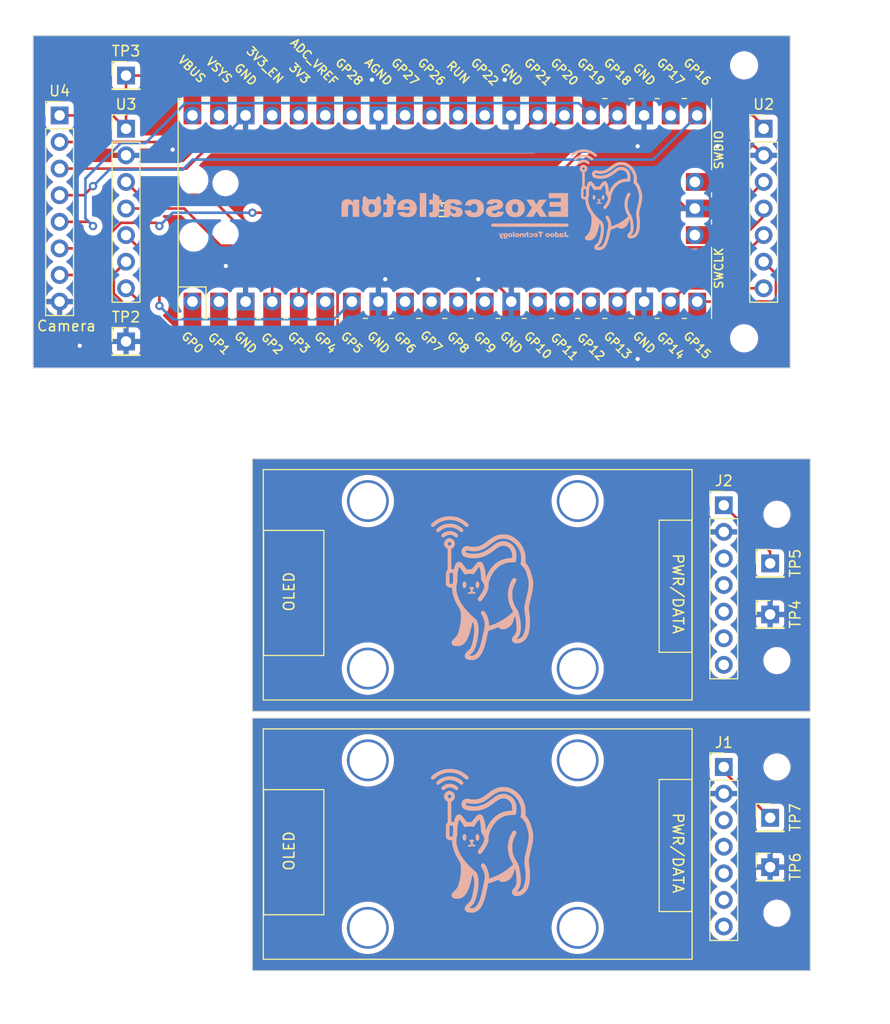
<source format=kicad_pcb>
(kicad_pcb (version 20240108) (generator "pcbnew") (generator_version "8.0")
  (layers (0 "F.Cu" signal) (31 "B.Cu" signal) (34 "B.Paste" user) (35 "F.Paste" user) (36 "B.SilkS" user "B.Silkscreen") (37 "F.SilkS" user "F.Silkscreen") (38 "B.Mask" user) (39 "F.Mask" user) (44 "Edge.Cuts" user))
  (net 0 "")
  (net 1 "GP15")
  (net 2 "GP13")
  (net 3 "GND")
  (net 4 "GP14")
  (net 5 "3.3V")
  (net 6 "GP3")
  (net 7 "GP2")
  (net 8 "GP6")
  (net 9 "GP5")
  (net 10 "GP7")
  (net 17 "/GP19")
  (net 18 "/GP20")
  (net 26 "/GP16")
  (net 36 "/GP18")
  (net 40 "/GP10")
  (net 50 "/GP21")
  (footprint "Connector_PinHeader_2.54mm:PinHeader_1x01_P2.54mm_Vertical" (layer "F.Cu") (at 176.5 109.49)
    (property "Reference" "TP6" (at 2.4 -0.03 90) (layer "F.SilkS"))
    (property "Value" "TestPoint" (hide yes))
    (pad "1" thru_hole rect (at 0 0) (size 1.7 1.7) (drill 1) (layers "*.Cu" "*.Mask") (net 3 "GND"))
  )
  (footprint "Connector_PinHeader_2.54mm:PinHeader_1x07_P2.54mm_Vertical" (layer "F.Cu") (at 172.07 99.925)
    (property "Reference" "J1" (at 0 -2.33 0) (layer "F.SilkS"))
    (property "Value" "Conn_01x07_Pin" (hide yes))
    (pad "1" thru_hole rect (at 0 0) (size 1.7 1.7) (drill 1) (layers "*.Cu" "*.Mask") (net 5 "3.3V"))
    (pad "2" thru_hole oval (at 0 2.54) (size 1.7 1.7) (drill 1) (layers "*.Cu" "*.Mask") (net 3 "GND"))
    (pad "3" thru_hole oval (at 0 5.08) (size 1.7 1.7) (drill 1) (layers "*.Cu" "*.Mask") (net 6 "GP3"))
    (pad "4" thru_hole oval (at 0 7.62) (size 1.7 1.7) (drill 1) (layers "*.Cu" "*.Mask") (net 7 "GP2"))
    (pad "5" thru_hole oval (at 0 10.16) (size 1.7 1.7) (drill 1) (layers "*.Cu" "*.Mask") (net 2 "GP13"))
    (pad "6" thru_hole oval (at 0 12.7) (size 1.7 1.7) (drill 1) (layers "*.Cu" "*.Mask") (net 1 "GP15"))
    (pad "7" thru_hole oval (at 0 15.24) (size 1.7 1.7) (drill 1) (layers "*.Cu" "*.Mask") (net 4 "GP14"))
  )
  (footprint "MCU_RaspberryPi_and_Boards:RPi_Pico_SMD_TH" (layer "F.Cu") (at 145.4 46.585 90)
    (property "Reference" "U1" (at 0 0 90) (layer "F.SilkS"))
    (property "Value" "Pico")
    (fp_text user "SWDIO" (at 5.6 26.2 90) (layer "F.SilkS") (effects (font (size 0.8 0.8))))
    (fp_text user "GP9" (at -12.8 3.81 135) (layer "F.SilkS") (effects (font (size 0.8 0.8))))
    (fp_text user "GP20" (at 13.054 11.43 135) (layer "F.SilkS") (effects (font (size 0.8 0.8))))
    (fp_text user "GP6" (at -12.8 -3.81 135) (layer "F.SilkS") (effects (font (size 0.8 0.8))))
    (fp_text user "VSYS" (at 13.2 -21.59 135) (layer "F.SilkS") (effects (font (size 0.8 0.8))))
    (fp_text user "GP27" (at 13.054 -3.8 135) (layer "F.SilkS") (effects (font (size 0.8 0.8))))
    (fp_text user "GP28" (at 13.054 -9.144 135) (layer "F.SilkS") (effects (font (size 0.8 0.8))))
    (fp_text user "GP5" (at -12.8 -8.89 135) (layer "F.SilkS") (effects (font (size 0.8 0.8))))
    (fp_text user "AGND" (at 13.054 -6.35 135) (layer "F.SilkS") (effects (font (size 0.8 0.8))))
    (fp_text user "VBUS" (at 13.3 -24.2 135) (layer "F.SilkS") (effects (font (size 0.8 0.8))))
    (fp_text user "GP14" (at -13.1 21.59 135) (layer "F.SilkS") (effects (font (size 0.8 0.8))))
    (fp_text user "GND" (at -12.8 -6.35 135) (layer "F.SilkS") (effects (font (size 0.8 0.8))))
    (fp_text user "GND" (at 12.8 6.35 135) (layer "F.SilkS") (effects (font (size 0.8 0.8))))
    (fp_text user "GP12" (at -13.2 13.97 135) (layer "F.SilkS") (effects (font (size 0.8 0.8))))
    (fp_text user "GP16" (at 13.054 24.13 135) (layer "F.SilkS") (effects (font (size 0.8 0.8))))
    (fp_text user "GP8" (at -12.8 1.27 135) (layer "F.SilkS") (effects (font (size 0.8 0.8))))
    (fp_text user "GND" (at 12.8 19.05 135) (layer "F.SilkS") (effects (font (size 0.8 0.8))))
    (fp_text user "GND" (at -12.8 6.35 135) (layer "F.SilkS") (effects (font (size 0.8 0.8))))
    (fp_text user "RUN" (at 13 1.27 135) (layer "F.SilkS") (effects (font (size 0.8 0.8))))
    (fp_text user "GP22" (at 13.054 3.81 135) (layer "F.SilkS") (effects (font (size 0.8 0.8))))
    (fp_text user "GP21" (at 13.054 8.9 135) (layer "F.SilkS") (effects (font (size 0.8 0.8))))
    (fp_text user "3V3" (at 12.9 -13.9 135) (layer "F.SilkS") (effects (font (size 0.8 0.8))))
    (fp_text user "GP15" (at -13.054 24.13 135) (layer "F.SilkS") (effects (font (size 0.8 0.8))))
    (fp_text user "GP1" (at -12.9 -21.6 135) (layer "F.SilkS") (effects (font (size 0.8 0.8))))
    (fp_text user "GP10" (at -13.054 8.89 135) (layer "F.SilkS") (effects (font (size 0.8 0.8))))
    (fp_text user "SWCLK" (at -5.7 26.2 90) (layer "F.SilkS") (effects (font (size 0.8 0.8))))
    (fp_text user "GP2" (at -12.9 -16.51 135) (layer "F.SilkS") (effects (font (size 0.8 0.8))))
    (fp_text user "GP19" (at 13.054 13.97 135) (layer "F.SilkS") (effects (font (size 0.8 0.8))))
    (fp_text user "GP11" (at -13.2 11.43 135) (layer "F.SilkS") (effects (font (size 0.8 0.8))))
    (fp_text user "GP17" (at 13.054 21.59 135) (layer "F.SilkS") (effects (font (size 0.8 0.8))))
    (fp_text user "ADC_VREF" (at 14 -12.5 135) (layer "F.SilkS") (effects (font (size 0.8 0.8))))
    (fp_text user "GP3" (at -12.8 -13.97 135) (layer "F.SilkS") (effects (font (size 0.8 0.8))))
    (fp_text user "GP26" (at 13.054 -1.27 135) (layer "F.SilkS") (effects (font (size 0.8 0.8))))
    (fp_text user "GP18" (at 13.054 16.51 135) (layer "F.SilkS") (effects (font (size 0.8 0.8))))
    (fp_text user "GP0" (at -12.8 -24.13 135) (layer "F.SilkS") (effects (font (size 0.8 0.8))))
    (fp_text user "3V3_EN" (at 13.7 -17.2 135) (layer "F.SilkS") (effects (font (size 0.8 0.8))))
    (fp_text user "GND" (at 12.8 -19.05 135) (layer "F.SilkS") (effects (font (size 0.8 0.8))))
    (fp_text user "GND" (at -12.8 19.05 135) (layer "F.SilkS") (effects (font (size 0.8 0.8))))
    (fp_text user "GP7" (at -12.7 -1.3 135) (layer "F.SilkS") (effects (font (size 0.8 0.8))))
    (fp_text user "GP13" (at -13.054 16.51 135) (layer "F.SilkS") (effects (font (size 0.8 0.8))))
    (fp_text user "GND" (at -12.8 -19.05 135) (layer "F.SilkS") (effects (font (size 0.8 0.8))))
    (fp_text user "GP4" (at -12.8 -11.43 135) (layer "F.SilkS") (effects (font (size 0.8 0.8))))
    (pad "" np_thru_hole oval (at -2.725 -24 90) (size 1.8 1.8) (drill 1.8) (layers "F&B.Cu" "*.Mask"))
    (pad "" np_thru_hole oval (at -2.425 -20.97 90) (size 1.5 1.5) (drill 1.5) (layers "F&B.Cu" "*.Mask"))
    (pad "" np_thru_hole oval (at 2.425 -20.97 90) (size 1.5 1.5) (drill 1.5) (layers "F&B.Cu" "*.Mask"))
    (pad "" np_thru_hole oval (at 2.725 -24 90) (size 1.8 1.8) (drill 1.8) (layers "F&B.Cu" "*.Mask"))
    (pad "1" thru_hole oval (at -8.89 -24.13 90) (size 1.7 1.7) (drill 1.02) (layers "*.Cu" "*.Mask"))
    (pad "1" smd rect (at -8.89 -24.13 90) (size 3.5 1.7) (drill (offset -0.9 0)) (layers "F.Cu" "F.Mask"))
    (pad "2" thru_hole oval (at -8.89 -21.59 90) (size 1.7 1.7) (drill 1.02) (layers "*.Cu" "*.Mask"))
    (pad "2" smd rect (at -8.89 -21.59 90) (size 3.5 1.7) (drill (offset -0.9 0)) (layers "F.Cu" "F.Mask"))
    (pad "3" thru_hole rect (at -8.89 -19.05 90) (size 1.7 1.7) (drill 1.02) (layers "*.Cu" "*.Mask") (net 3 "GND"))
    (pad "3" smd rect (at -8.89 -19.05 90) (size 3.5 1.7) (drill (offset -0.9 0)) (layers "F.Cu" "F.Mask") (net 3 "GND"))
    (pad "4" thru_hole oval (at -8.89 -16.51 90) (size 1.7 1.7) (drill 1.02) (layers "*.Cu" "*.Mask") (net 7 "GP2"))
    (pad "4" smd rect (at -8.89 -16.51 90) (size 3.5 1.7) (drill (offset -0.9 0)) (layers "F.Cu" "F.Mask") (net 7 "GP2"))
    (pad "5" thru_hole oval (at -8.89 -13.97 90) (size 1.7 1.7) (drill 1.02) (layers "*.Cu" "*.Mask") (net 6 "GP3"))
    (pad "5" smd rect (at -8.89 -13.97 90) (size 3.5 1.7) (drill (offset -0.9 0)) (layers "F.Cu" "F.Mask") (net 6 "GP3"))
    (pad "6" thru_hole oval (at -8.89 -11.43 90) (size 1.7 1.7) (drill 1.02) (layers "*.Cu" "*.Mask"))
    (pad "6" smd rect (at -8.89 -11.43 90) (size 3.5 1.7) (drill (offset -0.9 0)) (layers "F.Cu" "F.Mask"))
    (pad "7" thru_hole oval (at -8.89 -8.89 90) (size 1.7 1.7) (drill 1.02) (layers "*.Cu" "*.Mask") (net 9 "GP5"))
    (pad "7" smd rect (at -8.89 -8.89 90) (size 3.5 1.7) (drill (offset -0.9 0)) (layers "F.Cu" "F.Mask") (net 9 "GP5"))
    (pad "8" thru_hole rect (at -8.89 -6.35 90) (size 1.7 1.7) (drill 1.02) (layers "*.Cu" "*.Mask") (net 3 "GND"))
    (pad "8" smd rect (at -8.89 -6.35 90) (size 3.5 1.7) (drill (offset -0.9 0)) (layers "F.Cu" "F.Mask") (net 3 "GND"))
    (pad "9" thru_hole oval (at -8.89 -3.81 90) (size 1.7 1.7) (drill 1.02) (layers "*.Cu" "*.Mask") (net 8 "GP6"))
    (pad "9" smd rect (at -8.89 -3.81 90) (size 3.5 1.7) (drill (offset -0.9 0)) (layers "F.Cu" "F.Mask") (net 8 "GP6"))
    (pad "10" thru_hole oval (at -8.89 -1.27 90) (size 1.7 1.7) (drill 1.02) (layers "*.Cu" "*.Mask") (net 10 "GP7"))
    (pad "10" smd rect (at -8.89 -1.27 90) (size 3.5 1.7) (drill (offset -0.9 0)) (layers "F.Cu" "F.Mask") (net 10 "GP7"))
    (pad "11" thru_hole oval (at -8.89 1.27 90) (size 1.7 1.7) (drill 1.02) (layers "*.Cu" "*.Mask"))
    (pad "11" smd rect (at -8.89 1.27 90) (size 3.5 1.7) (drill (offset -0.9 0)) (layers "F.Cu" "F.Mask"))
    (pad "12" thru_hole oval (at -8.89 3.81 90) (size 1.7 1.7) (drill 1.02) (layers "*.Cu" "*.Mask"))
    (pad "12" smd rect (at -8.89 3.81 90) (size 3.5 1.7) (drill (offset -0.9 0)) (layers "F.Cu" "F.Mask"))
    (pad "13" thru_hole rect (at -8.89 6.35 90) (size 1.7 1.7) (drill 1.02) (layers "*.Cu" "*.Mask") (net 3 "GND"))
    (pad "13" smd rect (at -8.89 6.35 90) (size 3.5 1.7) (drill (offset -0.9 0)) (layers "F.Cu" "F.Mask") (net 3 "GND"))
    (pad "14" thru_hole oval (at -8.89 8.89 90) (size 1.7 1.7) (drill 1.02) (layers "*.Cu" "*.Mask") (net 40 "/GP10"))
    (pad "14" smd rect (at -8.89 8.89 90) (size 3.5 1.7) (drill (offset -0.9 0)) (layers "F.Cu" "F.Mask") (net 40 "/GP10"))
    (pad "15" thru_hole oval (at -8.89 11.43 90) (size 1.7 1.7) (drill 1.02) (layers "*.Cu" "*.Mask"))
    (pad "15" smd rect (at -8.89 11.43 90) (size 3.5 1.7) (drill (offset -0.9 0)) (layers "F.Cu" "F.Mask"))
    (pad "16" thru_hole oval (at -8.89 13.97 90) (size 1.7 1.7) (drill 1.02) (layers "*.Cu" "*.Mask"))
    (pad "16" smd rect (at -8.89 13.97 90) (size 3.5 1.7) (drill (offset -0.9 0)) (layers "F.Cu" "F.Mask"))
    (pad "17" thru_hole oval (at -8.89 16.51 90) (size 1.7 1.7) (drill 1.02) (layers "*.Cu" "*.Mask") (net 2 "GP13"))
    (pad "17" smd rect (at -8.89 16.51 90) (size 3.5 1.7) (drill (offset -0.9 0)) (layers "F.Cu" "F.Mask") (net 2 "GP13"))
    (pad "18" thru_hole rect (at -8.89 19.05 90) (size 1.7 1.7) (drill 1.02) (layers "*.Cu" "*.Mask") (net 3 "GND"))
    (pad "18" smd rect (at -8.89 19.05 90) (size 3.5 1.7) (drill (offset -0.9 0)) (layers "F.Cu" "F.Mask") (net 3 "GND"))
    (pad "19" thru_hole oval (at -8.89 21.59 90) (size 1.7 1.7) (drill 1.02) (layers "*.Cu" "*.Mask") (net 4 "GP14"))
    (pad "19" smd rect (at -8.89 21.59 90) (size 3.5 1.7) (drill (offset -0.9 0)) (layers "F.Cu" "F.Mask") (net 4 "GP14"))
    (pad "20" thru_hole oval (at -8.89 24.13 90) (size 1.7 1.7) (drill 1.02) (layers "*.Cu" "*.Mask") (net 1 "GP15"))
    (pad "20" smd rect (at -8.89 24.13 90) (size 3.5 1.7) (drill (offset -0.9 0)) (layers "F.Cu" "F.Mask") (net 1 "GP15"))
    (pad "21" thru_hole oval (at 8.89 24.13 90) (size 1.7 1.7) (drill 1.02) (layers "*.Cu" "*.Mask") (net 26 "/GP16"))
    (pad "21" smd rect (at 8.89 24.13 90) (size 3.5 1.7) (drill (offset 0.9 0)) (layers "F.Cu" "F.Mask") (net 26 "/GP16"))
    (pad "22" thru_hole oval (at 8.89 21.59 90) (size 1.7 1.7) (drill 1.02) (layers "*.Cu" "*.Mask"))
    (pad "22" smd rect (at 8.89 21.59 90) (size 3.5 1.7) (drill (offset 0.9 0)) (layers "F.Cu" "F.Mask"))
    (pad "23" thru_hole rect (at 8.89 19.05 90) (size 1.7 1.7) (drill 1.02) (layers "*.Cu" "*.Mask") (net 3 "GND"))
    (pad "23" smd rect (at 8.89 19.05 90) (size 3.5 1.7) (drill (offset 0.9 0)) (layers "F.Cu" "F.Mask") (net 3 "GND"))
    (pad "24" thru_hole oval (at 8.89 16.51 90) (size 1.7 1.7) (drill 1.02) (layers "*.Cu" "*.Mask") (net 36 "/GP18"))
    (pad "24" smd rect (at 8.89 16.51 90) (size 3.5 1.7) (drill (offset 0.9 0)) (layers "F.Cu" "F.Mask") (net 36 "/GP18"))
    (pad "25" thru_hole oval (at 8.89 13.97 90) (size 1.7 1.7) (drill 1.02) (layers "*.Cu" "*.Mask") (net 17 "/GP19"))
    (pad "25" smd rect (at 8.89 13.97 90) (size 3.5 1.7) (drill (offset 0.9 0)) (layers "F.Cu" "F.Mask") (net 17 "/GP19"))
    (pad "26" thru_hole oval (at 8.89 11.43 90) (size 1.7 1.7) (drill 1.02) (layers "*.Cu" "*.Mask") (net 18 "/GP20"))
    (pad "26" smd rect (at 8.89 11.43 90) (size 3.5 1.7) (drill (offset 0.9 0)) (layers "F.Cu" "F.Mask") (net 18 "/GP20"))
    (pad "27" thru_hole oval (at 8.89 8.89 90) (size 1.7 1.7) (drill 1.02) (layers "*.Cu" "*.Mask") (net 50 "/GP21"))
    (pad "27" smd rect (at 8.89 8.89 90) (size 3.5 1.7) (drill (offset 0.9 0)) (layers "F.Cu" "F.Mask") (net 50 "/GP21"))
    (pad "28" thru_hole rect (at 8.89 6.35 90) (size 1.7 1.7) (drill 1.02) (layers "*.Cu" "*.Mask") (net 3 "GND"))
    (pad "28" smd rect (at 8.89 6.35 90) (size 3.5 1.7) (drill (offset 0.9 0)) (layers "F.Cu" "F.Mask") (net 3 "GND"))
    (pad "29" thru_hole oval (at 8.89 3.81 90) (size 1.7 1.7) (drill 1.02) (layers "*.Cu" "*.Mask"))
    (pad "29" smd rect (at 8.89 3.81 90) (size 3.5 1.7) (drill (offset 0.9 0)) (layers "F.Cu" "F.Mask"))
    (pad "30" thru_hole oval (at 8.89 1.27 90) (size 1.7 1.7) (drill 1.02) (layers "*.Cu" "*.Mask"))
    (pad "30" smd rect (at 8.89 1.27 90) (size 3.5 1.7) (drill (offset 0.9 0)) (layers "F.Cu" "F.Mask"))
    (pad "31" thru_hole oval (at 8.89 -1.27 90) (size 1.7 1.7) (drill 1.02) (layers "*.Cu" "*.Mask"))
    (pad "31" smd rect (at 8.89 -1.27 90) (size 3.5 1.7) (drill (offset 0.9 0)) (layers "F.Cu" "F.Mask"))
    (pad "32" thru_hole oval (at 8.89 -3.81 90) (size 1.7 1.7) (drill 1.02) (layers "*.Cu" "*.Mask"))
    (pad "32" smd rect (at 8.89 -3.81 90) (size 3.5 1.7) (drill (offset 0.9 0)) (layers "F.Cu" "F.Mask"))
    (pad "33" thru_hole rect (at 8.89 -6.35 90) (size 1.7 1.7) (drill 1.02) (layers "*.Cu" "*.Mask") (net 3 "GND"))
    (pad "33" smd rect (at 8.89 -6.35 90) (size 3.5 1.7) (drill (offset 0.9 0)) (layers "F.Cu" "F.Mask") (net 3 "GND"))
    (pad "34" thru_hole oval (at 8.89 -8.89 90) (size 1.7 1.7) (drill 1.02) (layers "*.Cu" "*.Mask"))
    (pad "34" smd rect (at 8.89 -8.89 90) (size 3.5 1.7) (drill (offset 0.9 0)) (layers "F.Cu" "F.Mask"))
    (pad "35" thru_hole oval (at 8.89 -11.43 90) (size 1.7 1.7) (drill 1.02) (layers "*.Cu" "*.Mask"))
    (pad "35" smd rect (at 8.89 -11.43 90) (size 3.5 1.7) (drill (offset 0.9 0)) (layers "F.Cu" "F.Mask"))
    (pad "36" thru_hole oval (at 8.89 -13.97 90) (size 1.7 1.7) (drill 1.02) (layers "*.Cu" "*.Mask") (net 5 "3.3V"))
    (pad "36" smd rect (at 8.89 -13.97 90) (size 3.5 1.7) (drill (offset 0.9 0)) (layers "F.Cu" "F.Mask") (net 5 "3.3V"))
    (pad "37" thru_hole oval (at 8.89 -16.51 90) (size 1.7 1.7) (drill 1.02) (layers "*.Cu" "*.Mask"))
    (pad "37" smd rect (at 8.89 -16.51 90) (size 3.5 1.7) (drill (offset 0.9 0)) (layers "F.Cu" "F.Mask"))
    (pad "38" thru_hole rect (at 8.89 -19.05 90) (size 1.7 1.7) (drill 1.02) (layers "*.Cu" "*.Mask") (net 3 "GND"))
    (pad "38" smd rect (at 8.89 -19.05 90) (size 3.5 1.7) (drill (offset 0.9 0)) (layers "F.Cu" "F.Mask") (net 3 "GND"))
    (pad "39" thru_hole oval (at 8.89 -21.59 90) (size 1.7 1.7) (drill 1.02) (layers "*.Cu" "*.Mask"))
    (pad "39" smd rect (at 8.89 -21.59 90) (size 3.5 1.7) (drill (offset 0.9 0)) (layers "F.Cu" "F.Mask"))
    (pad "40" thru_hole oval (at 8.89 -24.13 90) (size 1.7 1.7) (drill 1.02) (layers "*.Cu" "*.Mask"))
    (pad "40" smd rect (at 8.89 -24.13 90) (size 3.5 1.7) (drill (offset 0.9 0)) (layers "F.Cu" "F.Mask"))
    (pad "41" thru_hole oval (at -2.54 23.9 90) (size 1.7 1.7) (drill 1.02) (layers "*.Cu" "*.Mask"))
    (pad "41" smd rect (at -2.54 23.9 180) (size 3.5 1.7) (drill (offset -0.9 0)) (layers "F.Cu" "F.Mask"))
    (pad "42" thru_hole rect (at 0 23.9 90) (size 1.7 1.7) (drill 1.02) (layers "*.Cu" "*.Mask") (net 3 "GND"))
    (pad "42" smd rect (at 0 23.9 180) (size 3.5 1.7) (drill (offset -0.9 0)) (layers "F.Cu" "F.Mask") (net 3 "GND"))
    (pad "43" thru_hole oval (at 2.54 23.9 90) (size 1.7 1.7) (drill 1.02) (layers "*.Cu" "*.Mask"))
    (pad "43" smd rect (at 2.54 23.9 180) (size 3.5 1.7) (drill (offset -0.9 0)) (layers "F.Cu" "F.Mask"))
  )
  (footprint "Connector_PinHeader_2.54mm:PinHeader_1x01_P2.54mm_Vertical" (layer "F.Cu") (at 114.92 59.285)
    (property "Reference" "TP2" (at 0 -2.33 0) (layer "F.SilkS"))
    (property "Value" "TestPoint" (hide yes))
    (pad "1" thru_hole rect (at 0 0) (size 1.7 1.7) (drill 1) (layers "*.Cu" "*.Mask") (net 3 "GND"))
  )
  (footprint "Connector_PinHeader_2.54mm:PinHeader_1x01_P2.54mm_Vertical" (layer "F.Cu") (at 176.5 80.48)
    (property "Reference" "TP5" (at 2.4 -0.03 90) (layer "F.SilkS"))
    (property "Value" "TestPoint" (hide yes))
    (pad "1" thru_hole rect (at 0 0) (size 1.7 1.7) (drill 1) (layers "*.Cu" "*.Mask") (net 5 "3.3V"))
  )
  (footprint "MountingHole:MountingHole_2.1mm" (layer "F.Cu") (at 177.15 99.925)
    (property "Reference" "REF**" (hide yes))
    (property "Value" "MountingHole_2.1mm" (hide yes))
    (pad "" np_thru_hole circle (at 0 0) (size 2.1 2.1) (drill 2.1) (layers "F&B.Cu" "*.Mask"))
  )
  (footprint "Connector_PinHeader_2.54mm:PinHeader_1x08_P2.54mm_Vertical" (layer "F.Cu") (at 108.57 37.695)
    (property "Reference" "U4" (at 0 -2.33 0) (layer "F.SilkS"))
    (property "Value" "Camera" (at 0.65 20.11 0) (layer "F.SilkS"))
    (pad "1" thru_hole rect (at 0 0) (size 1.7 1.7) (drill 1) (layers "*.Cu" "*.Mask") (net 5 "3.3V"))
    (pad "2" thru_hole oval (at 0 2.54) (size 1.7 1.7) (drill 1) (layers "*.Cu" "*.Mask") (net 50 "/GP21"))
    (pad "3" thru_hole oval (at 0 5.08) (size 1.7 1.7) (drill 1) (layers "*.Cu" "*.Mask") (net 18 "/GP20"))
    (pad "4" thru_hole oval (at 0 7.62) (size 1.7 1.7) (drill 1) (layers "*.Cu" "*.Mask") (net 26 "/GP16"))
    (pad "5" thru_hole oval (at 0 10.16) (size 1.7 1.7) (drill 1) (layers "*.Cu" "*.Mask") (net 17 "/GP19"))
    (pad "6" thru_hole oval (at 0 12.7) (size 1.7 1.7) (drill 1) (layers "*.Cu" "*.Mask") (net 36 "/GP18"))
    (pad "7" thru_hole oval (at 0 15.24) (size 1.7 1.7) (drill 1) (layers "*.Cu" "*.Mask") (net 40 "/GP10"))
    (pad "8" thru_hole oval (at 0 17.78) (size 1.7 1.7) (drill 1) (layers "*.Cu" "*.Mask") (net 3 "GND"))
  )
  (footprint "Connector_PinHeader_2.54mm:PinHeader_1x07_P2.54mm_Vertical" (layer "F.Cu") (at 172.07 74.93)
    (property "Reference" "J2" (at 0 -2.33 0) (layer "F.SilkS"))
    (property "Value" "Conn_01x07_Pin" (hide yes))
    (pad "1" thru_hole rect (at 0 0) (size 1.7 1.7) (drill 1) (layers "*.Cu" "*.Mask") (net 5 "3.3V"))
    (pad "2" thru_hole oval (at 0 2.54) (size 1.7 1.7) (drill 1) (layers "*.Cu" "*.Mask") (net 3 "GND"))
    (pad "3" thru_hole oval (at 0 5.08) (size 1.7 1.7) (drill 1) (layers "*.Cu" "*.Mask") (net 6 "GP3"))
    (pad "4" thru_hole oval (at 0 7.62) (size 1.7 1.7) (drill 1) (layers "*.Cu" "*.Mask") (net 7 "GP2"))
    (pad "5" thru_hole oval (at 0 10.16) (size 1.7 1.7) (drill 1) (layers "*.Cu" "*.Mask") (net 9 "GP5"))
    (pad "6" thru_hole oval (at 0 12.7) (size 1.7 1.7) (drill 1) (layers "*.Cu" "*.Mask") (net 10 "GP7"))
    (pad "7" thru_hole oval (at 0 15.24) (size 1.7 1.7) (drill 1) (layers "*.Cu" "*.Mask") (net 8 "GP6"))
  )
  (footprint "MountingHole:MountingHole_2.2mm_M2" (layer "F.Cu") (at 174.01 32.915)
    (property "Reference" "REF**" (hide yes))
    (property "Value" "MountingHole_2.2mm_M2" (hide yes))
    (pad "" np_thru_hole circle (at 0 0) (size 2.2 2.2) (drill 2.2) (layers "F&B.Cu" "*.Mask"))
  )
  (footprint "Connector_PinHeader_2.54mm:PinHeader_1x01_P2.54mm_Vertical" (layer "F.Cu") (at 114.92 33.885)
    (property "Reference" "TP3" (at 0 -2.33 0) (layer "F.SilkS"))
    (property "Value" "TestPoint" (hide yes))
    (pad "1" thru_hole rect (at 0 0) (size 1.7 1.7) (drill 1) (layers "*.Cu" "*.Mask") (net 5 "3.3V"))
  )
  (footprint "Connector_PinHeader_2.54mm:PinHeader_1x01_P2.54mm_Vertical" (layer "F.Cu") (at 176.5 85.36)
    (property "Reference" "TP4" (at 2.4 -0.03 90) (layer "F.SilkS"))
    (property "Value" "TestPoint" (hide yes))
    (pad "1" thru_hole rect (at 0 0) (size 1.7 1.7) (drill 1) (layers "*.Cu" "*.Mask") (net 3 "GND"))
  )
  (footprint "MountingHole:MountingHole_2.1mm" (layer "F.Cu") (at 177.15 75.795)
    (property "Reference" "REF**" (hide yes))
    (property "Value" "MountingHole_2.1mm" (hide yes))
    (pad "" np_thru_hole circle (at 0 0) (size 2.1 2.1) (drill 2.1) (layers "F&B.Cu" "*.Mask"))
  )
  (footprint "Connector_PinHeader_2.54mm:PinHeader_1x07_P2.54mm_Vertical" (layer "F.Cu") (at 114.92 38.965)
    (property "Reference" "U3" (at 0 -2.33 0) (layer "F.SilkS"))
    (property "Value" "OLED Driver" (hide yes))
    (pad "1" thru_hole rect (at 0 0) (size 1.7 1.7) (drill 1) (layers "*.Cu" "*.Mask") (net 5 "3.3V"))
    (pad "2" thru_hole oval (at 0 2.54) (size 1.7 1.7) (drill 1) (layers "*.Cu" "*.Mask") (net 3 "GND"))
    (pad "3" thru_hole oval (at 0 5.08) (size 1.7 1.7) (drill 1) (layers "*.Cu" "*.Mask") (net 6 "GP3"))
    (pad "4" thru_hole oval (at 0 7.62) (size 1.7 1.7) (drill 1) (layers "*.Cu" "*.Mask") (net 7 "GP2"))
    (pad "5" thru_hole oval (at 0 10.16) (size 1.7 1.7) (drill 1) (layers "*.Cu" "*.Mask") (net 9 "GP5"))
    (pad "6" thru_hole oval (at 0 12.7) (size 1.7 1.7) (drill 1) (layers "*.Cu" "*.Mask") (net 10 "GP7"))
    (pad "7" thru_hole oval (at 0 15.24) (size 1.7 1.7) (drill 1) (layers "*.Cu" "*.Mask") (net 8 "GP6"))
  )
  (footprint "Connector_PinHeader_2.54mm:PinHeader_1x01_P2.54mm_Vertical" (layer "F.Cu") (at 176.5 104.78)
    (property "Reference" "TP7" (at 2.4 -0.03 90) (layer "F.SilkS"))
    (property "Value" "TestPoint" (hide yes))
    (pad "1" thru_hole rect (at 0 0) (size 1.7 1.7) (drill 1) (layers "*.Cu" "*.Mask") (net 5 "3.3V"))
  )
  (footprint "MCU_RaspberryPi_and_Boards:OLED Driver" (layer "F.Cu") (at 158.75 109.22 180)
    (property "Reference" "REF**" (hide yes))
    (property "Value" "OLED Driver")
    (fp_text user "PWR/DATA" (at -8.36 5.01 -90) (layer "F.SilkS") (effects (justify left bottom)))
    (fp_text user "OLED" (at 27.65 -0.7 90) (layer "F.SilkS") (effects (justify left bottom)))
    (pad "" np_thru_hole circle (at 0.65 -6.07 180) (size 4 4) (drill 3.5) (layers "*.Cu" "*.Mask"))
    (pad "" np_thru_hole circle (at 0.65 9.93 180) (size 4 4) (drill 3.5) (layers "*.Cu" "*.Mask"))
    (pad "" np_thru_hole circle (at 20.71 -6.07 180) (size 4 4) (drill 3.5) (layers "*.Cu" "*.Mask"))
    (pad "" np_thru_hole circle (at 20.71 9.93 180) (size 4 4) (drill 3.5) (layers "*.Cu" "*.Mask"))
  )
  (footprint "Connector_PinHeader_2.54mm:PinHeader_1x07_P2.54mm_Vertical" (layer "F.Cu") (at 175.88 38.965)
    (property "Reference" "U2" (at 0 -2.33 0) (layer "F.SilkS"))
    (property "Value" "OLED Driver" (hide yes))
    (pad "1" thru_hole rect (at 0 0) (size 1.7 1.7) (drill 1) (layers "*.Cu" "*.Mask") (net 5 "3.3V"))
    (pad "2" thru_hole oval (at 0 2.54) (size 1.7 1.7) (drill 1) (layers "*.Cu" "*.Mask") (net 3 "GND"))
    (pad "3" thru_hole oval (at 0 5.08) (size 1.7 1.7) (drill 1) (layers "*.Cu" "*.Mask") (net 6 "GP3"))
    (pad "4" thru_hole oval (at 0 7.62) (size 1.7 1.7) (drill 1) (layers "*.Cu" "*.Mask") (net 7 "GP2"))
    (pad "5" thru_hole oval (at 0 10.16) (size 1.7 1.7) (drill 1) (layers "*.Cu" "*.Mask") (net 2 "GP13"))
    (pad "6" thru_hole oval (at 0 12.7) (size 1.7 1.7) (drill 1) (layers "*.Cu" "*.Mask") (net 1 "GP15"))
    (pad "7" thru_hole oval (at 0 15.24) (size 1.7 1.7) (drill 1) (layers "*.Cu" "*.Mask") (net 4 "GP14"))
  )
  (footprint "MountingHole:MountingHole_2.1mm" (layer "F.Cu") (at 177.15 113.895)
    (property "Reference" "REF**" (hide yes))
    (property "Value" "MountingHole_2.1mm" (hide yes))
    (pad "" np_thru_hole circle (at 0 0) (size 2.1 2.1) (drill 2.1) (layers "F&B.Cu" "*.Mask"))
  )
  (footprint "MountingHole:MountingHole_2.1mm" (layer "F.Cu") (at 177.15 89.765)
    (property "Reference" "REF**" (hide yes))
    (property "Value" "MountingHole_2.1mm" (hide yes))
    (pad "" np_thru_hole circle (at 0 0) (size 2.1 2.1) (drill 2.1) (layers "F&B.Cu" "*.Mask"))
  )
  (footprint "MCU_RaspberryPi_and_Boards:OLED Driver" (layer "F.Cu") (at 158.75 84.455 180)
    (property "Reference" "REF**" (hide yes))
    (property "Value" "OLED Driver")
    (fp_text user "OLED" (at 27.65 -0.7 90) (layer "F.SilkS") (effects (justify left bottom)))
    (fp_text user "PWR/DATA" (at -8.36 5.01 -90) (layer "F.SilkS") (effects (justify left bottom)))
    (pad "" np_thru_hole circle (at 0.65 -6.07 180) (size 4 4) (drill 3.5) (layers "*.Cu" "*.Mask"))
    (pad "" np_thru_hole circle (at 0.65 9.93 180) (size 4 4) (drill 3.5) (layers "*.Cu" "*.Mask"))
    (pad "" np_thru_hole circle (at 20.71 -6.07 180) (size 4 4) (drill 3.5) (layers "*.Cu" "*.Mask"))
    (pad "" np_thru_hole circle (at 20.71 9.93 180) (size 4 4) (drill 3.5) (layers "*.Cu" "*.Mask"))
  )
  (footprint "MountingHole:MountingHole_2.2mm_M2" (layer "F.Cu") (at 174.01 58.985)
    (property "Reference" "REF**" (hide yes))
    (property "Value" "MountingHole_2.2mm_M2" (hide yes))
    (pad "" np_thru_hole circle (at 0 0) (size 2.2 2.2) (drill 2.2) (layers "F&B.Cu" "*.Mask"))
  )
  (footprint "logo:logo_Horizontal_small" (layer "B.Cu") (at 149.86 45.72 180)
    (property "Reference" "G***" (hide yes))
    (property "Value" "LOGO" (hide yes))
  )
  (footprint "logo:logo_small" (layer "B.Cu") (at 149.86 106.68 180)
    (property "Reference" "G***" (hide yes))
    (property "Value" "LOGO" (hide yes))
  )
  (footprint "logo:logo_small" (layer "B.Cu") (at 149.86 82.55 180)
    (property "Reference" "G***" (hide yes))
    (property "Value" "LOGO" (hide yes))
  )
  (gr_rect (start 106.03 30.075) (end 178.42 61.825) (stroke (width 0.1)) (fill none) (layer "Edge.Cuts"))
  (gr_rect (start 127 70.485) (end 180.34 94.615) (stroke (width 0.1)) (fill none) (layer "Edge.Cuts"))
  (gr_rect (start 127 95.25) (end 180.34 119.38) (stroke (width 0.1)) (fill none) (layer "Edge.Cuts"))
  (segment (start 177.055 52.84) (end 177.055 55.355) (width 0.25) (layer "F.Cu") (net 1))
  (segment (start 176.935 55.475) (end 169.53 55.475) (width 0.25) (layer "F.Cu") (net 1))
  (segment (start 177.055 55.355) (end 176.935 55.475) (width 0.25) (layer "F.Cu") (net 1))
  (segment (start 175.88 51.665) (end 177.055 52.84) (width 0.25) (layer "F.Cu") (net 1))
  (segment (start 175.88 49.125) (end 171.665 53.34) (width 0.25) (layer "F.Cu") (net 2))
  (segment (start 164.045 53.34) (end 161.91 55.475) (width 0.25) (layer "F.Cu") (net 2))
  (segment (start 171.665 53.34) (end 164.045 53.34) (width 0.25) (layer "F.Cu") (net 2))
  (segment (start 149.86 53.34) (end 148.59 53.34) (width 0.25) (layer "F.Cu") (net 3))
  (segment (start 169.3 46.585) (end 168.505 46.585) (width 0.25) (layer "F.Cu") (net 3))
  (segment (start 114.92 41.505) (end 118.835 41.505) (width 0.25) (layer "F.Cu") (net 3))
  (segment (start 139.05 37.695) (end 139.05 34.91) (width 0.25) (layer "F.Cu") (net 3))
  (segment (start 114.92 59.285) (end 110.895 59.285) (width 0.25) (layer "F.Cu") (net 3))
  (segment (start 168.505 46.585) (end 163.83 41.91) (width 0.25) (layer "F.Cu") (net 3))
  (segment (start 151.75 55.475) (end 151.75 55.23) (width 0.25) (layer "F.Cu") (net 3))
  (segment (start 118.835 41.505) (end 119.38 40.96) (width 0.25) (layer "F.Cu") (net 3))
  (segment (start 139.05 34.91) (end 138.43 34.29) (width 0.25) (layer "F.Cu") (net 3))
  (segment (start 175.015 40.64) (end 171.45 40.64) (width 0.25) (layer "F.Cu") (net 3))
  (segment (start 164.45 55.475) (end 164.45 60.34) (width 0.25) (layer "F.Cu") (net 3))
  (segment (start 126.35 53.96) (end 124.46 52.07) (width 0.25) (layer "F.Cu") (net 3))
  (segment (start 151.75 55.23) (end 149.86 53.34) (width 0.25) (layer "F.Cu") (net 3))
  (segment (start 110.895 59.285) (end 110.49 59.69) (width 0.25) (layer "F.Cu") (net 3))
  (segment (start 163.83 41.91) (end 163.83 40.64) (width 0.25) (layer "F.Cu") (net 3))
  (segment (start 139.05 55.475) (end 139.05 53.99) (width 0.25) (layer "F.Cu") (net 3))
  (segment (start 139.05 53.99) (end 139.7 53.34) (width 0.25) (layer "F.Cu") (net 3))
  (segment (start 151.75 37.695) (end 151.75 34.91) (width 0.25) (layer "F.Cu") (net 3))
  (segment (start 126.35 55.475) (end 126.35 53.96) (width 0.25) (layer "F.Cu") (net 3))
  (segment (start 164.45 60.34) (end 163.83 60.96) (width 0.25) (layer "F.Cu") (net 3))
  (segment (start 151.75 34.91) (end 151.13 34.29) (width 0.25) (layer "F.Cu") (net 3))
  (segment (start 175.88 41.505) (end 175.015 40.64) (width 0.25) (layer "F.Cu") (net 3))
  (via (at 138.43 34.29) (size 0.8) (drill 0.4) (layers "F.Cu" "B.Cu") (net 3))
  (via (at 171.45 40.64) (size 0.8) (drill 0.4) (layers "F.Cu" "B.Cu") (net 3))
  (via (at 163.83 40.64) (size 0.8) (drill 0.4) (layers "F.Cu" "B.Cu") (net 3))
  (via (at 119.38 40.96) (size 0.8) (drill 0.4) (layers "F.Cu" "B.Cu") (net 3))
  (via (at 148.59 53.34) (size 0.8) (drill 0.4) (layers "F.Cu" "B.Cu") (net 3))
  (via (at 151.13 34.29) (size 0.8) (drill 0.4) (layers "F.Cu" "B.Cu") (net 3))
  (via (at 124.46 52.07) (size 0.8) (drill 0.4) (layers "F.Cu" "B.Cu") (net 3))
  (via (at 163.83 60.96) (size 0.8) (drill 0.4) (layers "F.Cu" "B.Cu") (net 3))
  (via (at 139.7 53.34) (size 0.8) (drill 0.4) (layers "F.Cu" "B.Cu") (net 3))
  (via (at 110.49 59.69) (size 0.8) (drill 0.4) (layers "F.Cu" "B.Cu") (net 3))
  (segment (start 119.38 40.96) (end 123.085 40.96) (width 0.25) (layer "B.Cu") (net 3))
  (segment (start 163.83 40.64) (end 164.45 40.02) (width 0.25) (layer "B.Cu") (net 3))
  (segment (start 164.45 40.02) (end 164.45 37.695) (width 0.25) (layer "B.Cu") (net 3))
  (segment (start 123.085 40.96) (end 126.35 37.695) (width 0.25) (layer "B.Cu") (net 3))
  (segment (start 110.49 59.69) (end 108.57 57.77) (width 0.25) (layer "B.Cu") (net 3))
  (segment (start 108.57 57.77) (end 108.57 55.475) (width 0.25) (layer "B.Cu") (net 3))
  (segment (start 175.88 54.205) (end 168.26 54.205) (width 0.25) (layer "F.Cu") (net 4))
  (segment (start 168.26 54.205) (end 166.99 55.475) (width 0.25) (layer "F.Cu") (net 4))
  (segment (start 108.57 37.695) (end 113.65 37.695) (width 0.25) (layer "F.Cu") (net 5))
  (segment (start 130.405 33.885) (end 114.92 33.885) (width 0.25) (layer "F.Cu") (net 5))
  (segment (start 176.5 79.36) (end 172.07 74.93) (width 0.25) (layer "F.Cu") (net 5))
  (segment (start 113.65 37.695) (end 114.92 38.965) (width 0.25) (layer "F.Cu") (net 5))
  (segment (start 175.88 38.72) (end 170.18 33.02) (width 0.25) (layer "F.Cu") (net 5))
  (segment (start 175.88 38.965) (end 175.88 38.72) (width 0.25) (layer "F.Cu") (net 5))
  (segment (start 172.07 100.35) (end 172.07 99.925) (width 0.25) (layer "F.Cu") (net 5))
  (segment (start 176.5 104.78) (end 172.07 100.35) (width 0.25) (layer "F.Cu") (net 5))
  (segment (start 131.43 34.91) (end 130.405 33.885) (width 0.25) (layer "F.Cu") (net 5))
  (segment (start 132.94 33.02) (end 131.24 34.72) (width 0.25) (layer "F.Cu") (net 5))
  (segment (start 170.18 33.02) (end 132.94 33.02) (width 0.25) (layer "F.Cu") (net 5))
  (segment (start 176.5 80.48) (end 176.5 79.36) (width 0.25) (layer "F.Cu") (net 5))
  (segment (start 114.92 38.965) (end 114.92 33.885) (width 0.25) (layer "F.Cu") (net 5))
  (segment (start 131.43 37.695) (end 131.43 34.91) (width 0.25) (layer "F.Cu") (net 5))
  (segment (start 136.605 50.3) (end 131.43 55.475) (width 0.25) (layer "F.Cu") (net 6))
  (segment (start 175.88 44.045) (end 172.275 47.65) (width 0.25) (layer "F.Cu") (net 6))
  (segment (start 172.275 47.65) (end 172.275 50.3) (width 0.25) (layer "F.Cu") (net 6))
  (segment (start 116.16 45.285) (end 122.755 45.285) (width 0.25) (layer "F.Cu") (net 6))
  (segment (start 172.275 50.3) (end 136.605 50.3) (width 0.25) (layer "F.Cu") (net 6))
  (segment (start 122.755 45.285) (end 131.43 53.96) (width 0.25) (layer "F.Cu") (net 6))
  (segment (start 131.43 53.96) (end 131.43 55.475) (width 0.25) (layer "F.Cu") (net 6))
  (segment (start 114.92 44.045) (end 116.16 45.285) (width 0.25) (layer "F.Cu") (net 6))
  (segment (start 130.255 58.45) (end 128.89 57.085) (width 0.25) (layer "F.Cu") (net 7))
  (segment (start 175.88 46.585) (end 175.88 47.331396) (width 0.25) (layer "F.Cu") (net 7))
  (segment (start 175.88 47.331396) (end 172.461396 50.75) (width 0.25) (layer "F.Cu") (net 7))
  (segment (start 172.461396 50.75) (end 138.695 50.75) (width 0.25) (layer "F.Cu") (net 7))
  (segment (start 123.96401 50.135) (end 125.065 50.135) (width 0.25) (layer "F.Cu") (net 7))
  (segment (start 135.145 54.3) (end 135.145 58.45) (width 0.25) (layer "F.Cu") (net 7))
  (segment (start 135.145 58.45) (end 130.255 58.45) (width 0.25) (layer "F.Cu") (net 7))
  (segment (start 138.695 50.75) (end 135.145 54.3) (width 0.25) (layer "F.Cu") (net 7))
  (segment (start 128.89 53.96) (end 128.89 55.475) (width 0.25) (layer "F.Cu") (net 7))
  (segment (start 123.19 49.296878) (end 123.19 49.36099) (width 0.25) (layer "F.Cu") (net 7))
  (segment (start 128.89 57.085) (end 128.89 55.475) (width 0.25) (layer "F.Cu") (net 7))
  (segment (start 120.478122 46.585) (end 123.19 49.296878) (width 0.25) (layer "F.Cu") (net 7))
  (segment (start 123.19 49.36099) (end 123.96401 50.135) (width 0.25) (layer "F.Cu") (net 7))
  (segment (start 125.065 50.135) (end 128.89 53.96) (width 0.25) (layer "F.Cu") (net 7))
  (segment (start 114.92 46.585) (end 120.478122 46.585) (width 0.25) (layer "F.Cu") (net 7))
  (segment (start 139.775 58.9) (end 141.59 57.085) (width 0.25) (layer "F.Cu") (net 8))
  (segment (start 114.92 54.205) (end 119.615 58.9) (width 0.25) (layer "F.Cu") (net 8))
  (segment (start 119.615 58.9) (end 139.775 58.9) (width 0.25) (layer "F.Cu") (net 8))
  (segment (start 141.59 57.085) (end 141.59 55.475) (width 0.25) (layer "F.Cu") (net 8))
  (segment (start 118.11 52.315) (end 118.11 55.88) (width 0.25) (layer "F.Cu") (net 9))
  (segment (start 114.92 49.125) (end 118.11 52.315) (width 0.25) (layer "F.Cu") (net 9))
  (via (at 118.11 55.88) (size 0.8) (drill 0.4) (layers "F.Cu" "B.Cu") (net 9))
  (segment (start 134.835 57.15) (end 136.51 55.475) (width 0.25) (layer "B.Cu") (net 9))
  (segment (start 119.38 57.15) (end 134.835 57.15) (width 0.25) (layer "B.Cu") (net 9))
  (segment (start 118.11 55.88) (end 119.38 57.15) (width 0.25) (layer "B.Cu") (net 9))
  (segment (start 144.13 57.085) (end 144.13 55.475) (width 0.25) (layer "F.Cu") (net 10))
  (segment (start 113.745 52.84) (end 113.745 54.691701) (width 0.25) (layer "F.Cu") (net 10))
  (segment (start 113.745 54.691701) (end 118.743299 59.69) (width 0.25) (layer "F.Cu") (net 10))
  (segment (start 114.92 51.665) (end 113.745 52.84) (width 0.25) (layer "F.Cu") (net 10))
  (segment (start 141.525 59.69) (end 144.13 57.085) (width 0.25) (layer "F.Cu") (net 10))
  (segment (start 118.743299 59.69) (end 141.525 59.69) (width 0.25) (layer "F.Cu") (net 10))
  (segment (start 111.355 47.855) (end 111.76 48.26) (width 0.25) (layer "F.Cu") (net 17))
  (segment (start 108.57 47.855) (end 111.355 47.855) (width 0.25) (layer "F.Cu") (net 17))
  (via (at 111.76 48.26) (size 0.8) (drill 0.4) (layers "F.Cu" "B.Cu") (net 17))
  (segment (start 114.433299 40.33) (end 116.783299 40.33) (width 0.25) (layer "B.Cu") (net 17))
  (segment (start 116.783299 40.33) (end 120.593299 36.52) (width 0.25) (layer "B.Cu") (net 17))
  (segment (start 111.035 47.535) (end 111.035 43.728299) (width 0.25) (layer "B.Cu") (net 17))
  (segment (start 120.593299 36.52) (end 158.195 36.52) (width 0.25) (layer "B.Cu") (net 17))
  (segment (start 158.195 36.52) (end 159.37 37.695) (width 0.25) (layer "B.Cu") (net 17))
  (segment (start 111.035 43.728299) (end 114.433299 40.33) (width 0.25) (layer "B.Cu") (net 17))
  (segment (start 111.76 48.26) (end 111.035 47.535) (width 0.25) (layer "B.Cu") (net 17))
  (segment (start 153.84 40.685) (end 156.83 37.695) (width 0.25) (layer "F.Cu") (net 18))
  (segment (start 122.771878 40.685) (end 153.84 40.685) (width 0.25) (layer "F.Cu") (net 18))
  (segment (start 120.681878 42.775) (end 122.771878 40.685) (width 0.25) (layer "F.Cu") (net 18))
  (segment (start 108.57 42.775) (end 120.681878 42.775) (width 0.25) (layer "F.Cu") (net 18))
  (segment (start 110.895 45.315) (end 111.76 44.45) (width 0.25) (layer "F.Cu") (net 26))
  (segment (start 108.57 45.315) (end 110.895 45.315) (width 0.25) (layer "F.Cu") (net 26))
  (via (at 111.76 44.45) (size 0.8) (drill 0.4) (layers "F.Cu" "B.Cu") (net 26))
  (segment (start 165.315 41.91) (end 169.53 37.695) (width 0.25) (layer "B.Cu") (net 26))
  (segment (start 120.34 42.87) (end 121.3 41.91) (width 0.25) (layer "B.Cu") (net 26))
  (segment (start 121.3 41.91) (end 165.315 41.91) (width 0.25) (layer "B.Cu") (net 26))
  (segment (start 111.76 44.45) (end 113.34 42.87) (width 0.25) (layer "B.Cu") (net 26))
  (segment (start 113.34 42.87) (end 120.34 42.87) (width 0.25) (layer "B.Cu") (net 26))
  (segment (start 127 46.99) (end 152.615 46.99) (width 0.25) (layer "F.Cu") (net 36))
  (segment (start 152.615 46.99) (end 161.91 37.695) (width 0.25) (layer "F.Cu") (net 36))
  (segment (start 114.433299 47.95) (end 117.8 47.95) (width 0.25) (layer "F.Cu") (net 36))
  (segment (start 117.8 47.95) (end 118.11 48.26) (width 0.25) (layer "F.Cu") (net 36))
  (segment (start 108.57 50.395) (end 111.988299 50.395) (width 0.25) (layer "F.Cu") (net 36))
  (segment (start 111.988299 50.395) (end 114.433299 47.95) (width 0.25) (layer "F.Cu") (net 36))
  (via (at 127 46.99) (size 0.8) (drill 0.4) (layers "F.Cu" "B.Cu") (net 36))
  (via (at 118.11 48.26) (size 0.8) (drill 0.4) (layers "F.Cu" "B.Cu") (net 36))
  (segment (start 118.11 48.26) (end 119.38 46.99) (width 0.25) (layer "B.Cu") (net 36))
  (segment (start 119.38 46.99) (end 127 46.99) (width 0.25) (layer "B.Cu") (net 36))
  (segment (start 111.351903 52.935) (end 113.295 54.878097) (width 0.25) (layer "F.Cu") (net 40))
  (segment (start 151.235 60.14) (end 154.29 57.085) (width 0.25) (layer "F.Cu") (net 40))
  (segment (start 154.29 57.085) (end 154.29 55.475) (width 0.25) (layer "F.Cu") (net 40))
  (segment (start 118.556903 60.14) (end 151.235 60.14) (width 0.25) (layer "F.Cu") (net 40))
  (segment (start 113.295 54.878097) (end 118.556903 60.14) (width 0.25) (layer "F.Cu") (net 40))
  (segment (start 108.57 52.935) (end 111.351903 52.935) (width 0.25) (layer "F.Cu") (net 40))
  (segment (start 151.75 40.235) (end 154.29 37.695) (width 0.25) (layer "F.Cu") (net 50))
  (segment (start 108.57 40.235) (end 151.75 40.235) (width 0.25) (layer "F.Cu") (net 50))
  (zone (net 3) (net_name "GND") (layers "F&B.Cu") (connect_pads (clearance 0.5)) (min_thickness 0.25) (fill yes (thermal_gap 0.5) (thermal_bridge_width 0.5))
    (polygon (pts (xy 102.87 27.94) (xy 102.87 124.46) (xy 187.96 124.46) (xy 186.69 26.67)))
  )
)
</source>
